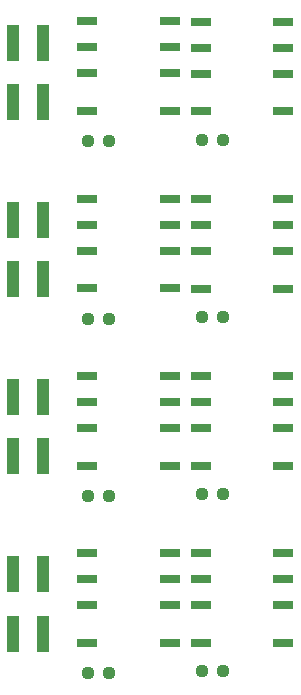
<source format=gbr>
%TF.GenerationSoftware,KiCad,Pcbnew,8.0.5*%
%TF.CreationDate,2025-06-13T10:45:40+02:00*%
%TF.ProjectId,elektroFrogExtensionSMD,656c656b-7472-46f4-9672-6f6745787465,rev?*%
%TF.SameCoordinates,Original*%
%TF.FileFunction,Paste,Top*%
%TF.FilePolarity,Positive*%
%FSLAX46Y46*%
G04 Gerber Fmt 4.6, Leading zero omitted, Abs format (unit mm)*
G04 Created by KiCad (PCBNEW 8.0.5) date 2025-06-13 10:45:40*
%MOMM*%
%LPD*%
G01*
G04 APERTURE LIST*
G04 Aperture macros list*
%AMRoundRect*
0 Rectangle with rounded corners*
0 $1 Rounding radius*
0 $2 $3 $4 $5 $6 $7 $8 $9 X,Y pos of 4 corners*
0 Add a 4 corners polygon primitive as box body*
4,1,4,$2,$3,$4,$5,$6,$7,$8,$9,$2,$3,0*
0 Add four circle primitives for the rounded corners*
1,1,$1+$1,$2,$3*
1,1,$1+$1,$4,$5*
1,1,$1+$1,$6,$7*
1,1,$1+$1,$8,$9*
0 Add four rect primitives between the rounded corners*
20,1,$1+$1,$2,$3,$4,$5,0*
20,1,$1+$1,$4,$5,$6,$7,0*
20,1,$1+$1,$6,$7,$8,$9,0*
20,1,$1+$1,$8,$9,$2,$3,0*%
G04 Aperture macros list end*
%ADD10R,1.800000X0.800000*%
%ADD11RoundRect,0.237500X-0.250000X-0.237500X0.250000X-0.237500X0.250000X0.237500X-0.250000X0.237500X0*%
%ADD12R,1.000000X3.150000*%
G04 APERTURE END LIST*
D10*
%TO.C,K701*%
X223337000Y-131858000D03*
X223337000Y-128658000D03*
X223337000Y-126458000D03*
X223337000Y-124258000D03*
X216337000Y-124258000D03*
X216337000Y-126458000D03*
X216337000Y-128658000D03*
X216337000Y-131858000D03*
%TD*%
D11*
%TO.C,R302*%
X216384500Y-104408000D03*
X218209500Y-104408000D03*
%TD*%
D12*
%TO.C,J701*%
X210058000Y-131091000D03*
X210058000Y-126041000D03*
X212598000Y-131091000D03*
X212598000Y-126041000D03*
%TD*%
D11*
%TO.C,R701*%
X226036500Y-134281000D03*
X227861500Y-134281000D03*
%TD*%
D10*
%TO.C,K502*%
X232933000Y-116868000D03*
X232933000Y-113668000D03*
X232933000Y-111468000D03*
X232933000Y-109268000D03*
X225933000Y-109268000D03*
X225933000Y-111468000D03*
X225933000Y-113668000D03*
X225933000Y-116868000D03*
%TD*%
%TO.C,K501*%
X223337000Y-116858000D03*
X223337000Y-113658000D03*
X223337000Y-111458000D03*
X223337000Y-109258000D03*
X216337000Y-109258000D03*
X216337000Y-111458000D03*
X216337000Y-113658000D03*
X216337000Y-116858000D03*
%TD*%
D11*
%TO.C,R501*%
X226036500Y-119281000D03*
X227861500Y-119281000D03*
%TD*%
%TO.C,R202*%
X216384500Y-89408000D03*
X218209500Y-89408000D03*
%TD*%
D10*
%TO.C,K202*%
X232933000Y-86868000D03*
X232933000Y-83668000D03*
X232933000Y-81468000D03*
X232933000Y-79268000D03*
X225933000Y-79268000D03*
X225933000Y-81468000D03*
X225933000Y-83668000D03*
X225933000Y-86868000D03*
%TD*%
D11*
%TO.C,R301*%
X226036500Y-104281000D03*
X227861500Y-104281000D03*
%TD*%
D10*
%TO.C,K301*%
X223337000Y-101858000D03*
X223337000Y-98658000D03*
X223337000Y-96458000D03*
X223337000Y-94258000D03*
X216337000Y-94258000D03*
X216337000Y-96458000D03*
X216337000Y-98658000D03*
X216337000Y-101858000D03*
%TD*%
D12*
%TO.C,J501*%
X210058000Y-116091000D03*
X210058000Y-111041000D03*
X212598000Y-116091000D03*
X212598000Y-111041000D03*
%TD*%
D10*
%TO.C,K702*%
X232933000Y-131868000D03*
X232933000Y-128668000D03*
X232933000Y-126468000D03*
X232933000Y-124268000D03*
X225933000Y-124268000D03*
X225933000Y-126468000D03*
X225933000Y-128668000D03*
X225933000Y-131868000D03*
%TD*%
D12*
%TO.C,J201*%
X210058000Y-86091000D03*
X210058000Y-81041000D03*
X212598000Y-86091000D03*
X212598000Y-81041000D03*
%TD*%
%TO.C,J301*%
X210058000Y-101091000D03*
X210058000Y-96041000D03*
X212598000Y-101091000D03*
X212598000Y-96041000D03*
%TD*%
D10*
%TO.C,K201*%
X223337000Y-86858000D03*
X223337000Y-83658000D03*
X223337000Y-81458000D03*
X223337000Y-79258000D03*
X216337000Y-79258000D03*
X216337000Y-81458000D03*
X216337000Y-83658000D03*
X216337000Y-86858000D03*
%TD*%
D11*
%TO.C,R201*%
X226036500Y-89281000D03*
X227861500Y-89281000D03*
%TD*%
%TO.C,R502*%
X216384500Y-119408000D03*
X218209500Y-119408000D03*
%TD*%
%TO.C,R702*%
X216384500Y-134408000D03*
X218209500Y-134408000D03*
%TD*%
D10*
%TO.C,K302*%
X232933000Y-101868000D03*
X232933000Y-98668000D03*
X232933000Y-96468000D03*
X232933000Y-94268000D03*
X225933000Y-94268000D03*
X225933000Y-96468000D03*
X225933000Y-98668000D03*
X225933000Y-101868000D03*
%TD*%
M02*

</source>
